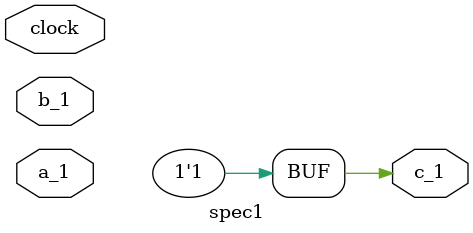
<source format=v>
/* Generated by Yosys 0.47+149 (git sha1 384c19119, clang++ 18.1.8 -fPIC -O3) */

module spec1(clock, a_1, b_1, c_1);
input clock;
wire clock;
  input a_1;
  wire a_1;
  input b_1;
  wire b_1;
  output c_1;
  wire c_1;
  assign c_1 = ~1'h0;
endmodule

</source>
